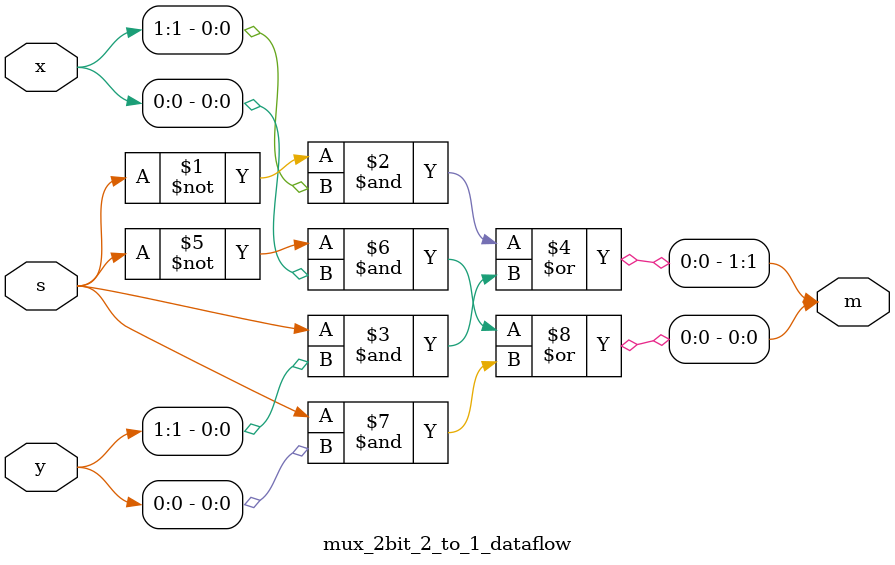
<source format=v>
`timescale 1ns / 1ps

module mux_2bit_2_to_1_dataflow(
    input [1:0] x,
    input [1:0] y,
    input s,
    output [1:0] m
    );
      
   
	assign #3 m[1] = (~s & x[1]) | (s & y[1]);  // 3 units delay
	assign #3 m[0] = (~s & x[0]) | (s & y[0]);  // 3 units delay

endmodule

</source>
